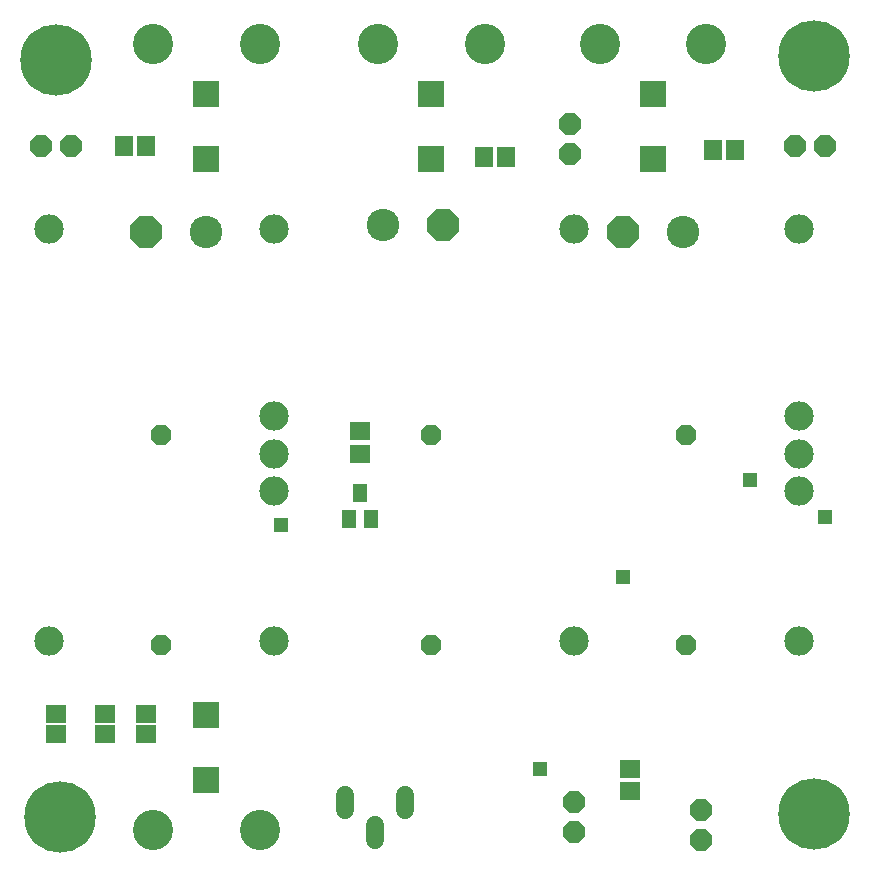
<source format=gts>
G75*
%MOIN*%
%OFA0B0*%
%FSLAX24Y24*%
%IPPOS*%
%LPD*%
%AMOC8*
5,1,8,0,0,1.08239X$1,22.5*
%
%ADD10C,0.1080*%
%ADD11OC8,0.1080*%
%ADD12R,0.0671X0.0592*%
%ADD13C,0.2380*%
%ADD14R,0.0907X0.0907*%
%ADD15C,0.1340*%
%ADD16R,0.0474X0.0631*%
%ADD17R,0.0710X0.0592*%
%ADD18OC8,0.0680*%
%ADD19C,0.0600*%
%ADD20R,0.0592X0.0710*%
%ADD21C,0.0980*%
%ADD22OC8,0.0740*%
%ADD23R,0.0476X0.0476*%
D10*
X007180Y023833D03*
X013055Y024083D03*
X023055Y023833D03*
D11*
X021055Y023833D03*
X015055Y024083D03*
X005180Y023833D03*
D12*
X005180Y007793D03*
X005180Y007123D03*
X003805Y007123D03*
X003805Y007793D03*
X002180Y007793D03*
X002180Y007123D03*
D13*
X002305Y004333D03*
X002180Y029583D03*
X027430Y029708D03*
X027430Y004458D03*
D14*
X022055Y026293D03*
X022055Y028458D03*
X014680Y028458D03*
X014680Y026293D03*
X007180Y026293D03*
X007180Y028458D03*
X007180Y007748D03*
X007180Y005583D03*
D15*
X008952Y003930D03*
X005408Y003930D03*
X005408Y030112D03*
X008952Y030112D03*
X012908Y030112D03*
X016452Y030112D03*
X020283Y030112D03*
X023827Y030112D03*
D16*
X012305Y015141D03*
X011931Y014275D03*
X012679Y014275D03*
D17*
X012305Y016459D03*
X012305Y017207D03*
X021305Y005957D03*
X021305Y005209D03*
D18*
X023180Y010083D03*
X023180Y017083D03*
X014680Y017083D03*
X014680Y010083D03*
X005680Y010083D03*
X005680Y017083D03*
D19*
X011805Y005093D02*
X011805Y004573D01*
X012805Y004093D02*
X012805Y003573D01*
X013805Y004573D02*
X013805Y005093D01*
D20*
X016431Y026333D03*
X017179Y026333D03*
X024056Y026583D03*
X024804Y026583D03*
X005179Y026708D03*
X004431Y026708D03*
D21*
X001930Y023958D03*
X009430Y023958D03*
X009430Y017708D03*
X009430Y016458D03*
X009430Y015208D03*
X009430Y010208D03*
X001930Y010208D03*
X019430Y010208D03*
X026930Y010208D03*
X026930Y015208D03*
X026930Y016458D03*
X026930Y017708D03*
X026930Y023958D03*
X019430Y023958D03*
D22*
X019305Y026458D03*
X019305Y027458D03*
X026805Y026708D03*
X027805Y026708D03*
X019430Y004833D03*
X019430Y003833D03*
X023680Y003583D03*
X023680Y004583D03*
X002680Y026708D03*
X001680Y026708D03*
D23*
X009680Y014083D03*
X018305Y005958D03*
X021055Y012333D03*
X025305Y015583D03*
X027805Y014333D03*
M02*

</source>
